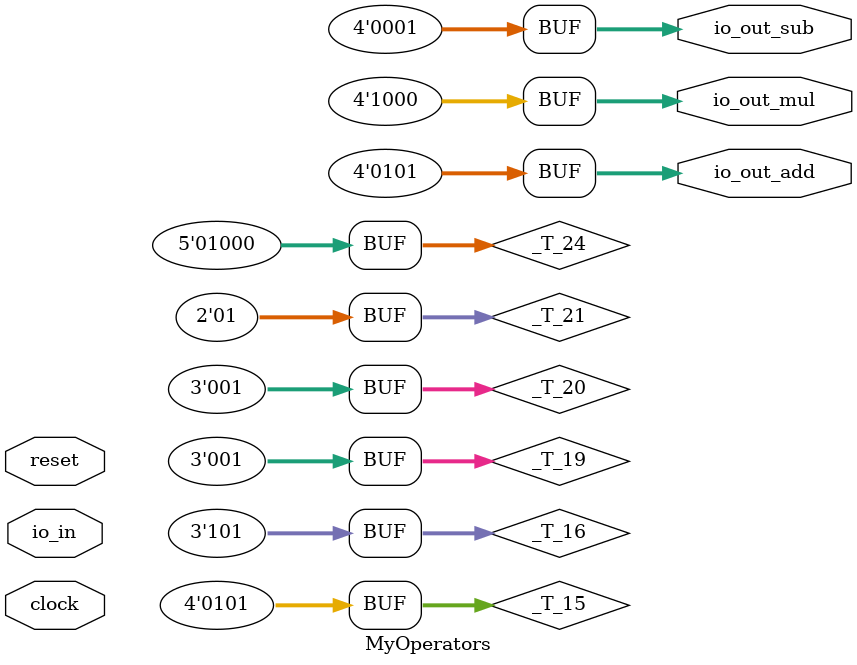
<source format=v>
module MyOperators( // @[:@3.2]
  input        clock, // @[:@4.4]
  input        reset, // @[:@5.4]
  input  [3:0] io_in, // @[:@6.4]
  output [3:0] io_out_add, // @[:@6.4]
  output [3:0] io_out_sub, // @[:@6.4]
  output [3:0] io_out_mul // @[:@6.4]
);
  wire [3:0] _T_15; // @[ChiselBootcamp22.scala 22:23:@8.4]
  wire [2:0] _T_16; // @[ChiselBootcamp22.scala 22:23:@9.4]
  wire [2:0] _T_19; // @[ChiselBootcamp22.scala 23:23:@11.4]
  wire [2:0] _T_20; // @[ChiselBootcamp22.scala 23:23:@12.4]
  wire [1:0] _T_21; // @[ChiselBootcamp22.scala 23:23:@13.4]
  wire [4:0] _T_24; // @[ChiselBootcamp22.scala 24:23:@15.4]
  assign _T_15 = 3'h1 + 3'h4; // @[ChiselBootcamp22.scala 22:23:@8.4]
  assign _T_16 = _T_15[2:0]; // @[ChiselBootcamp22.scala 22:23:@9.4]
  assign _T_19 = 2'h2 - 2'h1; // @[ChiselBootcamp22.scala 23:23:@11.4]
  assign _T_20 = $unsigned(_T_19); // @[ChiselBootcamp22.scala 23:23:@12.4]
  assign _T_21 = _T_20[1:0]; // @[ChiselBootcamp22.scala 23:23:@13.4]
  assign _T_24 = 3'h4 * 3'h2; // @[ChiselBootcamp22.scala 24:23:@15.4]
  assign io_out_add = {{1'd0}, _T_16}; // @[ChiselBootcamp22.scala 22:16:@10.4]
  assign io_out_sub = {{2'd0}, _T_21}; // @[ChiselBootcamp22.scala 23:16:@14.4]
  assign io_out_mul = _T_24[3:0]; // @[ChiselBootcamp22.scala 24:16:@16.4]
endmodule

</source>
